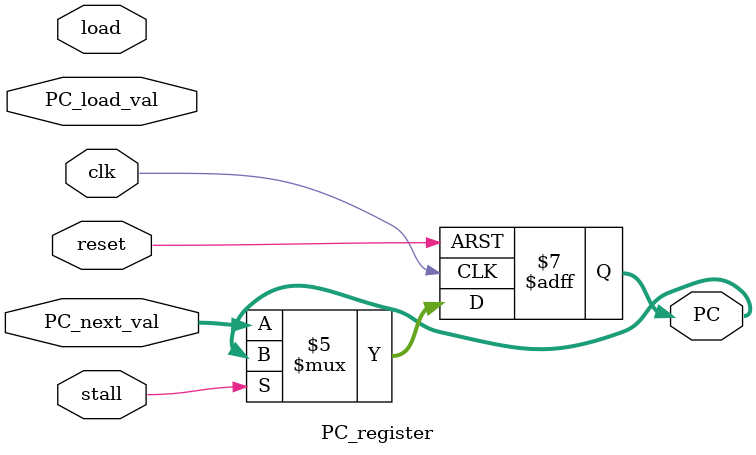
<source format=v>
module PC_register(
	input 		clk, reset, load,
	input [7:0] PC_load_val,
	input 		stall,
	input [7:0] PC_next_val,
	output reg [7:0] 	PC
);

	initial begin
		PC = 8'b0;
	end
	
	always@(posedge clk, negedge reset) begin
		if(!reset) begin
			PC <= 8'b0;
		end
		else if(stall) begin
			PC <= PC;
		end
		else begin
			PC <= PC_next_val;
		end
	end
endmodule
</source>
